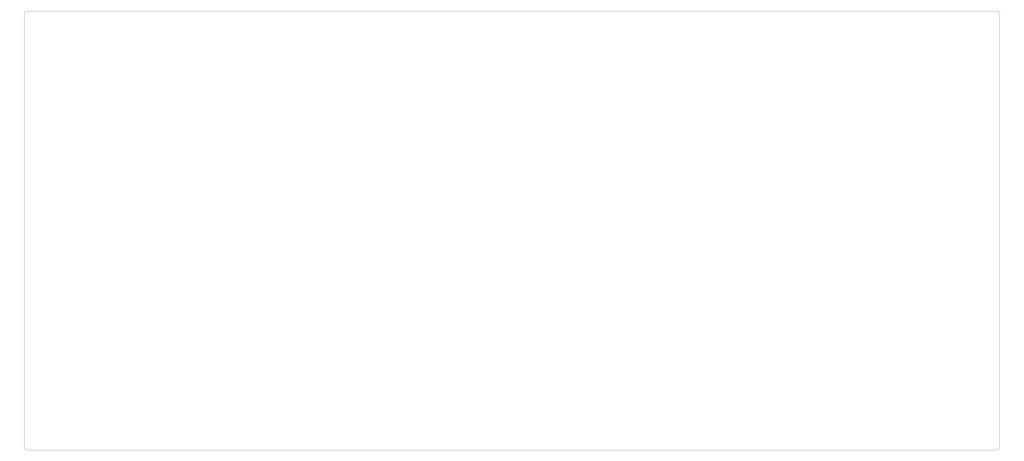
<source format=gbr>
%TF.GenerationSoftware,KiCad,Pcbnew,9.0.3*%
%TF.CreationDate,2025-08-13T20:15:07-07:00*%
%TF.ProjectId,keyboardpls,6b657962-6f61-4726-9470-6c732e6b6963,rev?*%
%TF.SameCoordinates,Original*%
%TF.FileFunction,Profile,NP*%
%FSLAX46Y46*%
G04 Gerber Fmt 4.6, Leading zero omitted, Abs format (unit mm)*
G04 Created by KiCad (PCBNEW 9.0.3) date 2025-08-13 20:15:07*
%MOMM*%
%LPD*%
G01*
G04 APERTURE LIST*
%TA.AperFunction,Profile*%
%ADD10C,0.050000*%
%TD*%
G04 APERTURE END LIST*
D10*
X52872500Y-68590000D02*
X52872500Y-211590000D01*
X53872500Y-67590000D02*
X373372500Y-67590000D01*
X53872500Y-212590000D02*
X373372500Y-212590000D01*
X52872500Y-68590000D02*
G75*
G02*
X53872500Y-67590000I1000000J0D01*
G01*
X53872500Y-212590000D02*
G75*
G02*
X52872500Y-211590000I0J1000000D01*
G01*
X374372500Y-211590000D02*
G75*
G02*
X373372500Y-212590000I-1000000J0D01*
G01*
X373372500Y-67590000D02*
G75*
G02*
X374372500Y-68590000I0J-1000000D01*
G01*
X374372500Y-68590000D02*
X374372500Y-211590000D01*
M02*

</source>
